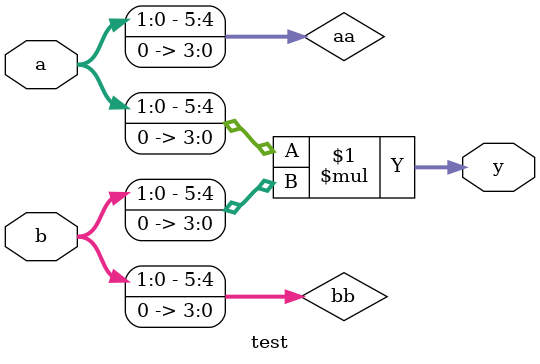
<source format=v>
module test (
        input [1:0] a,
        input [1:0] b,
        output [5:0] y
);

wire [5:0] aa = {a, 4'h0};
wire [5:0] bb = {b, 4'h0};

assign y = aa * bb;

endmodule

</source>
